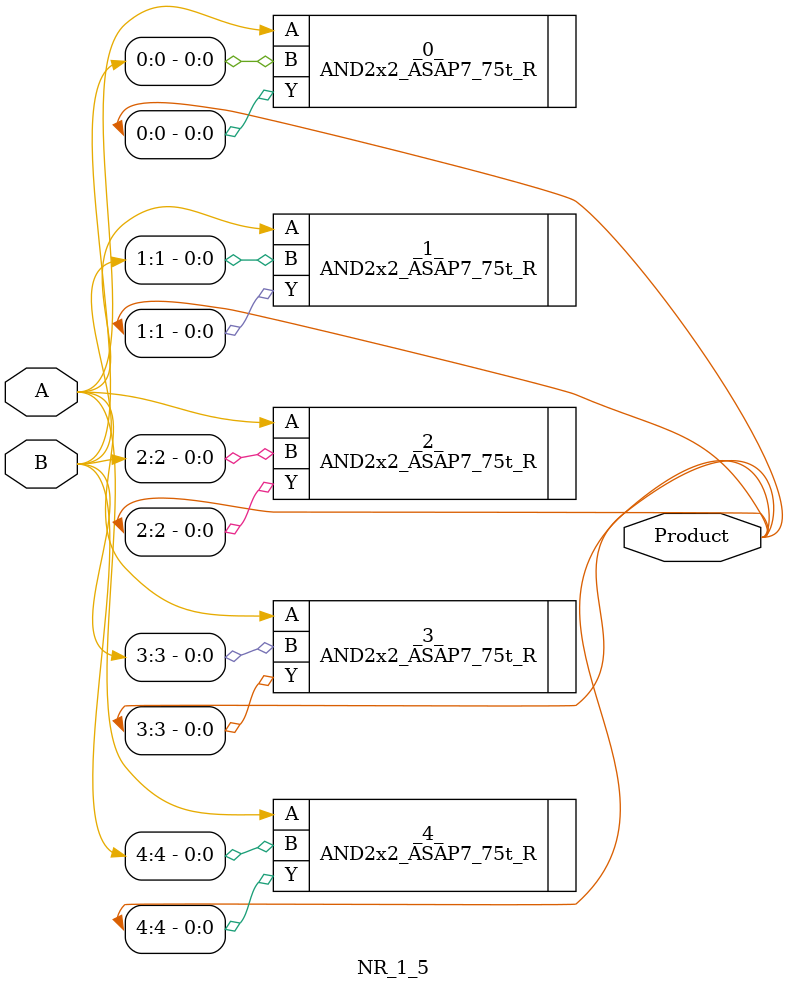
<source format=v>
/* Generated by Yosys 0.53+39 (git sha1 388955031, g++ 12.2.0-14 -fPIC -O3) */

module NR_1_5(A, B, Product);
  input A;
  wire A;
  input [4:0] B;
  wire [4:0] B;
  output [4:0] Product;
  wire [4:0] Product;
  AND2x2_ASAP7_75t_R _0_ (
    .A(A),
    .B(B[0]),
    .Y(Product[0])
  );
  AND2x2_ASAP7_75t_R _1_ (
    .A(A),
    .B(B[1]),
    .Y(Product[1])
  );
  AND2x2_ASAP7_75t_R _2_ (
    .A(A),
    .B(B[2]),
    .Y(Product[2])
  );
  AND2x2_ASAP7_75t_R _3_ (
    .A(A),
    .B(B[3]),
    .Y(Product[3])
  );
  AND2x2_ASAP7_75t_R _4_ (
    .A(A),
    .B(B[4]),
    .Y(Product[4])
  );
endmodule

</source>
